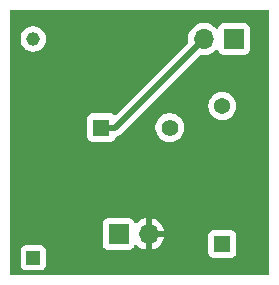
<source format=gbr>
%TF.GenerationSoftware,KiCad,Pcbnew,9.0.0*%
%TF.CreationDate,2025-04-22T16:11:36+05:00*%
%TF.ProjectId,RF Detection Circuit,52462044-6574-4656-9374-696f6e204369,rev?*%
%TF.SameCoordinates,Original*%
%TF.FileFunction,Copper,L2,Bot*%
%TF.FilePolarity,Positive*%
%FSLAX46Y46*%
G04 Gerber Fmt 4.6, Leading zero omitted, Abs format (unit mm)*
G04 Created by KiCad (PCBNEW 9.0.0) date 2025-04-22 16:11:36*
%MOMM*%
%LPD*%
G01*
G04 APERTURE LIST*
%TA.AperFunction,ComponentPad*%
%ADD10R,1.150000X1.150000*%
%TD*%
%TA.AperFunction,ComponentPad*%
%ADD11C,1.150000*%
%TD*%
%TA.AperFunction,ComponentPad*%
%ADD12R,1.700000X1.700000*%
%TD*%
%TA.AperFunction,ComponentPad*%
%ADD13O,1.700000X1.700000*%
%TD*%
%TA.AperFunction,ComponentPad*%
%ADD14R,1.371600X1.371600*%
%TD*%
%TA.AperFunction,ComponentPad*%
%ADD15C,1.371600*%
%TD*%
%TA.AperFunction,ComponentPad*%
%ADD16R,1.422400X1.422400*%
%TD*%
%TA.AperFunction,ComponentPad*%
%ADD17C,1.422400*%
%TD*%
%TA.AperFunction,Conductor*%
%ADD18C,0.500000*%
%TD*%
G04 APERTURE END LIST*
D10*
%TO.P,D1,1,K*%
%TO.N,Net-(D1-K)*%
X114000000Y-87500000D03*
D11*
%TO.P,D1,2,A*%
%TO.N,Net-(D1-A)*%
X114000000Y-69000000D03*
%TD*%
D12*
%TO.P,Well_Coil1,1,Pin_1*%
%TO.N,Net-(D1-A)*%
X131000000Y-69000000D03*
D13*
%TO.P,Well_Coil1,2,Pin_2*%
%TO.N,Net-(D1-K)*%
X128460000Y-69000000D03*
%TD*%
D14*
%TO.P,R1,1*%
%TO.N,Net-(Big_Coil1-Pin_1)*%
X130000000Y-86342000D03*
D15*
%TO.P,R1,2*%
%TO.N,Net-(D1-A)*%
X130000000Y-74658000D03*
%TD*%
D12*
%TO.P,Big_Coil1,1,Pin_1*%
%TO.N,Net-(Big_Coil1-Pin_1)*%
X121225000Y-85500000D03*
D13*
%TO.P,Big_Coil1,2,Pin_2*%
%TO.N,GND*%
X123765000Y-85500000D03*
%TD*%
D16*
%TO.P,L2,1,1*%
%TO.N,Net-(D1-K)*%
X119771150Y-76500000D03*
D17*
%TO.P,L2,2,2*%
%TO.N,Net-(Big_Coil1-Pin_1)*%
X125562350Y-76500000D03*
%TD*%
D18*
%TO.N,Net-(D1-K)*%
X120960000Y-76500000D02*
X119771150Y-76500000D01*
X128460000Y-69000000D02*
X120960000Y-76500000D01*
%TD*%
%TA.AperFunction,Conductor*%
%TO.N,GND*%
G36*
X133942539Y-66520185D02*
G01*
X133988294Y-66572989D01*
X133999500Y-66624500D01*
X133999500Y-88875500D01*
X133979815Y-88942539D01*
X133927011Y-88988294D01*
X133875500Y-88999500D01*
X112124500Y-88999500D01*
X112057461Y-88979815D01*
X112011706Y-88927011D01*
X112000500Y-88875500D01*
X112000500Y-86877135D01*
X112924500Y-86877135D01*
X112924500Y-88122870D01*
X112924501Y-88122876D01*
X112930908Y-88182483D01*
X112981202Y-88317328D01*
X112981206Y-88317335D01*
X113067452Y-88432544D01*
X113067455Y-88432547D01*
X113182664Y-88518793D01*
X113182671Y-88518797D01*
X113317517Y-88569091D01*
X113317516Y-88569091D01*
X113324444Y-88569835D01*
X113377127Y-88575500D01*
X114622872Y-88575499D01*
X114682483Y-88569091D01*
X114817331Y-88518796D01*
X114932546Y-88432546D01*
X115018796Y-88317331D01*
X115069091Y-88182483D01*
X115075500Y-88122873D01*
X115075499Y-86877128D01*
X115069091Y-86817517D01*
X115044317Y-86751095D01*
X115018797Y-86682671D01*
X115018793Y-86682664D01*
X114932547Y-86567455D01*
X114932544Y-86567452D01*
X114817335Y-86481206D01*
X114817328Y-86481202D01*
X114682482Y-86430908D01*
X114682483Y-86430908D01*
X114622883Y-86424501D01*
X114622881Y-86424500D01*
X114622873Y-86424500D01*
X114622864Y-86424500D01*
X113377129Y-86424500D01*
X113377123Y-86424501D01*
X113317516Y-86430908D01*
X113182671Y-86481202D01*
X113182664Y-86481206D01*
X113067455Y-86567452D01*
X113067452Y-86567455D01*
X112981206Y-86682664D01*
X112981202Y-86682671D01*
X112930908Y-86817517D01*
X112924501Y-86877116D01*
X112924501Y-86877123D01*
X112924500Y-86877135D01*
X112000500Y-86877135D01*
X112000500Y-84602135D01*
X119874500Y-84602135D01*
X119874500Y-86397870D01*
X119874501Y-86397876D01*
X119880908Y-86457483D01*
X119931202Y-86592328D01*
X119931206Y-86592335D01*
X120017452Y-86707544D01*
X120017455Y-86707547D01*
X120132664Y-86793793D01*
X120132671Y-86793797D01*
X120267517Y-86844091D01*
X120267516Y-86844091D01*
X120274444Y-86844835D01*
X120327127Y-86850500D01*
X122122872Y-86850499D01*
X122182483Y-86844091D01*
X122317331Y-86793796D01*
X122432546Y-86707546D01*
X122518796Y-86592331D01*
X122568002Y-86460401D01*
X122609872Y-86404468D01*
X122675337Y-86380050D01*
X122743610Y-86394901D01*
X122771865Y-86416053D01*
X122885535Y-86529723D01*
X122885540Y-86529727D01*
X123057442Y-86654620D01*
X123246782Y-86751095D01*
X123448871Y-86816757D01*
X123515000Y-86827231D01*
X123515000Y-85933012D01*
X123572007Y-85965925D01*
X123699174Y-86000000D01*
X123830826Y-86000000D01*
X123957993Y-85965925D01*
X124015000Y-85933012D01*
X124015000Y-86827230D01*
X124081126Y-86816757D01*
X124081129Y-86816757D01*
X124283217Y-86751095D01*
X124472557Y-86654620D01*
X124644459Y-86529727D01*
X124644464Y-86529723D01*
X124794723Y-86379464D01*
X124794727Y-86379459D01*
X124919620Y-86207557D01*
X125016095Y-86018217D01*
X125081757Y-85816129D01*
X125081757Y-85816126D01*
X125092231Y-85750000D01*
X124198012Y-85750000D01*
X124230925Y-85692993D01*
X124253610Y-85608335D01*
X128813700Y-85608335D01*
X128813700Y-87075670D01*
X128813701Y-87075676D01*
X128820108Y-87135283D01*
X128870402Y-87270128D01*
X128870406Y-87270135D01*
X128956652Y-87385344D01*
X128956655Y-87385347D01*
X129071864Y-87471593D01*
X129071871Y-87471597D01*
X129206717Y-87521891D01*
X129206716Y-87521891D01*
X129213644Y-87522635D01*
X129266327Y-87528300D01*
X130733672Y-87528299D01*
X130793283Y-87521891D01*
X130928131Y-87471596D01*
X131043346Y-87385346D01*
X131129596Y-87270131D01*
X131179891Y-87135283D01*
X131186300Y-87075673D01*
X131186299Y-85608328D01*
X131179891Y-85548717D01*
X131137169Y-85434174D01*
X131129597Y-85413871D01*
X131129593Y-85413864D01*
X131043347Y-85298655D01*
X131043344Y-85298652D01*
X130928135Y-85212406D01*
X130928128Y-85212402D01*
X130793282Y-85162108D01*
X130793283Y-85162108D01*
X130733683Y-85155701D01*
X130733681Y-85155700D01*
X130733673Y-85155700D01*
X130733664Y-85155700D01*
X129266329Y-85155700D01*
X129266323Y-85155701D01*
X129206716Y-85162108D01*
X129071871Y-85212402D01*
X129071864Y-85212406D01*
X128956655Y-85298652D01*
X128956652Y-85298655D01*
X128870406Y-85413864D01*
X128870402Y-85413871D01*
X128820108Y-85548717D01*
X128813701Y-85608316D01*
X128813701Y-85608323D01*
X128813700Y-85608335D01*
X124253610Y-85608335D01*
X124265000Y-85565826D01*
X124265000Y-85434174D01*
X124230925Y-85307007D01*
X124198012Y-85250000D01*
X125092231Y-85250000D01*
X125081757Y-85183873D01*
X125081757Y-85183870D01*
X125016095Y-84981782D01*
X124919620Y-84792442D01*
X124794727Y-84620540D01*
X124794723Y-84620535D01*
X124644464Y-84470276D01*
X124644459Y-84470272D01*
X124472557Y-84345379D01*
X124283215Y-84248903D01*
X124081124Y-84183241D01*
X124015000Y-84172768D01*
X124015000Y-85066988D01*
X123957993Y-85034075D01*
X123830826Y-85000000D01*
X123699174Y-85000000D01*
X123572007Y-85034075D01*
X123515000Y-85066988D01*
X123515000Y-84172768D01*
X123514999Y-84172768D01*
X123448875Y-84183241D01*
X123246784Y-84248903D01*
X123057442Y-84345379D01*
X122885541Y-84470271D01*
X122771865Y-84583947D01*
X122710542Y-84617431D01*
X122640850Y-84612447D01*
X122584917Y-84570575D01*
X122568002Y-84539598D01*
X122518797Y-84407671D01*
X122518793Y-84407664D01*
X122432547Y-84292455D01*
X122432544Y-84292452D01*
X122317335Y-84206206D01*
X122317328Y-84206202D01*
X122182482Y-84155908D01*
X122182483Y-84155908D01*
X122122883Y-84149501D01*
X122122881Y-84149500D01*
X122122873Y-84149500D01*
X122122864Y-84149500D01*
X120327129Y-84149500D01*
X120327123Y-84149501D01*
X120267516Y-84155908D01*
X120132671Y-84206202D01*
X120132664Y-84206206D01*
X120017455Y-84292452D01*
X120017452Y-84292455D01*
X119931206Y-84407664D01*
X119931202Y-84407671D01*
X119880908Y-84542517D01*
X119874501Y-84602116D01*
X119874500Y-84602135D01*
X112000500Y-84602135D01*
X112000500Y-75740935D01*
X118559450Y-75740935D01*
X118559450Y-77259070D01*
X118559451Y-77259076D01*
X118565858Y-77318683D01*
X118616152Y-77453528D01*
X118616156Y-77453535D01*
X118702402Y-77568744D01*
X118702405Y-77568747D01*
X118817614Y-77654993D01*
X118817621Y-77654997D01*
X118952467Y-77705291D01*
X118952466Y-77705291D01*
X118959394Y-77706035D01*
X119012077Y-77711700D01*
X120530222Y-77711699D01*
X120589833Y-77705291D01*
X120724681Y-77654996D01*
X120839896Y-77568746D01*
X120926146Y-77453531D01*
X120937074Y-77424233D01*
X120975137Y-77322179D01*
X121017008Y-77266245D01*
X121067128Y-77243894D01*
X121074267Y-77242473D01*
X121178913Y-77221658D01*
X121315495Y-77165084D01*
X121364729Y-77132186D01*
X121438416Y-77082952D01*
X122116731Y-76404637D01*
X124350650Y-76404637D01*
X124350650Y-76595362D01*
X124380486Y-76783741D01*
X124439421Y-76965128D01*
X124439422Y-76965131D01*
X124499455Y-77082950D01*
X124526011Y-77135069D01*
X124638117Y-77289370D01*
X124772980Y-77424233D01*
X124927281Y-77536339D01*
X124990879Y-77568744D01*
X125097218Y-77622927D01*
X125097221Y-77622928D01*
X125187914Y-77652395D01*
X125278610Y-77681864D01*
X125466987Y-77711700D01*
X125466988Y-77711700D01*
X125657712Y-77711700D01*
X125657713Y-77711700D01*
X125846090Y-77681864D01*
X126027481Y-77622927D01*
X126197419Y-77536339D01*
X126351720Y-77424233D01*
X126486583Y-77289370D01*
X126598689Y-77135069D01*
X126685277Y-76965131D01*
X126744214Y-76783740D01*
X126774050Y-76595363D01*
X126774050Y-76404637D01*
X126744214Y-76216260D01*
X126685277Y-76034869D01*
X126685277Y-76034868D01*
X126598688Y-75864930D01*
X126486583Y-75710630D01*
X126351720Y-75575767D01*
X126197419Y-75463661D01*
X126157533Y-75443338D01*
X126027481Y-75377072D01*
X126027478Y-75377071D01*
X125846091Y-75318136D01*
X125751901Y-75303218D01*
X125657713Y-75288300D01*
X125466987Y-75288300D01*
X125404194Y-75298245D01*
X125278608Y-75318136D01*
X125097221Y-75377071D01*
X125097218Y-75377072D01*
X124927280Y-75463661D01*
X124772977Y-75575769D01*
X124638119Y-75710627D01*
X124526011Y-75864930D01*
X124439422Y-76034868D01*
X124439421Y-76034871D01*
X124380486Y-76216258D01*
X124350650Y-76404637D01*
X122116731Y-76404637D01*
X123956731Y-74564636D01*
X128813700Y-74564636D01*
X128813700Y-74751364D01*
X128842911Y-74935793D01*
X128900613Y-75113381D01*
X128985385Y-75279757D01*
X129095141Y-75430822D01*
X129227178Y-75562859D01*
X129378243Y-75672615D01*
X129544619Y-75757387D01*
X129722207Y-75815089D01*
X129906636Y-75844300D01*
X129906637Y-75844300D01*
X130093363Y-75844300D01*
X130093364Y-75844300D01*
X130277793Y-75815089D01*
X130455381Y-75757387D01*
X130621757Y-75672615D01*
X130772822Y-75562859D01*
X130904859Y-75430822D01*
X131014615Y-75279757D01*
X131099387Y-75113381D01*
X131157089Y-74935793D01*
X131186300Y-74751364D01*
X131186300Y-74564636D01*
X131157089Y-74380207D01*
X131099387Y-74202619D01*
X131014615Y-74036243D01*
X130904859Y-73885178D01*
X130772822Y-73753141D01*
X130621757Y-73643385D01*
X130455381Y-73558613D01*
X130277793Y-73500911D01*
X130277791Y-73500910D01*
X130277789Y-73500910D01*
X130149018Y-73480514D01*
X130093364Y-73471700D01*
X129906636Y-73471700D01*
X129863883Y-73478471D01*
X129722210Y-73500910D01*
X129544616Y-73558614D01*
X129378242Y-73643385D01*
X129227176Y-73753142D01*
X129095142Y-73885176D01*
X128985385Y-74036242D01*
X128900614Y-74202616D01*
X128842910Y-74380210D01*
X128828359Y-74472083D01*
X128813700Y-74564636D01*
X123956731Y-74564636D01*
X128151194Y-70370172D01*
X128212515Y-70336689D01*
X128258265Y-70335382D01*
X128353713Y-70350500D01*
X128353715Y-70350500D01*
X128566286Y-70350500D01*
X128566287Y-70350500D01*
X128776243Y-70317246D01*
X128978412Y-70251557D01*
X129167816Y-70155051D01*
X129339792Y-70030104D01*
X129453329Y-69916566D01*
X129514648Y-69883084D01*
X129584340Y-69888068D01*
X129640274Y-69929939D01*
X129657189Y-69960917D01*
X129706202Y-70092328D01*
X129706206Y-70092335D01*
X129792452Y-70207544D01*
X129792455Y-70207547D01*
X129907664Y-70293793D01*
X129907671Y-70293797D01*
X130042517Y-70344091D01*
X130042516Y-70344091D01*
X130049444Y-70344835D01*
X130102127Y-70350500D01*
X131897872Y-70350499D01*
X131957483Y-70344091D01*
X132092331Y-70293796D01*
X132207546Y-70207546D01*
X132293796Y-70092331D01*
X132344091Y-69957483D01*
X132350500Y-69897873D01*
X132350499Y-68102128D01*
X132344091Y-68042517D01*
X132342810Y-68039083D01*
X132293797Y-67907671D01*
X132293793Y-67907664D01*
X132207547Y-67792455D01*
X132207544Y-67792452D01*
X132092335Y-67706206D01*
X132092328Y-67706202D01*
X131957482Y-67655908D01*
X131957483Y-67655908D01*
X131897883Y-67649501D01*
X131897881Y-67649500D01*
X131897873Y-67649500D01*
X131897864Y-67649500D01*
X130102129Y-67649500D01*
X130102123Y-67649501D01*
X130042516Y-67655908D01*
X129907671Y-67706202D01*
X129907664Y-67706206D01*
X129792455Y-67792452D01*
X129792452Y-67792455D01*
X129706206Y-67907664D01*
X129706203Y-67907669D01*
X129657189Y-68039083D01*
X129615317Y-68095016D01*
X129549853Y-68119433D01*
X129481580Y-68104581D01*
X129453326Y-68083430D01*
X129339786Y-67969890D01*
X129167820Y-67844951D01*
X128978414Y-67748444D01*
X128978413Y-67748443D01*
X128978412Y-67748443D01*
X128776243Y-67682754D01*
X128776241Y-67682753D01*
X128776240Y-67682753D01*
X128614957Y-67657208D01*
X128566287Y-67649500D01*
X128353713Y-67649500D01*
X128305042Y-67657208D01*
X128143760Y-67682753D01*
X127941585Y-67748444D01*
X127752179Y-67844951D01*
X127580213Y-67969890D01*
X127429890Y-68120213D01*
X127304951Y-68292179D01*
X127208444Y-68481585D01*
X127142753Y-68683760D01*
X127109500Y-68893713D01*
X127109500Y-69106291D01*
X127124616Y-69201726D01*
X127115662Y-69271020D01*
X127089824Y-69308806D01*
X120988777Y-75409853D01*
X120927454Y-75443338D01*
X120857762Y-75438354D01*
X120826785Y-75421439D01*
X120811308Y-75409853D01*
X120724681Y-75345004D01*
X120724679Y-75345003D01*
X120724678Y-75345002D01*
X120589832Y-75294708D01*
X120589833Y-75294708D01*
X120530233Y-75288301D01*
X120530231Y-75288300D01*
X120530223Y-75288300D01*
X120530214Y-75288300D01*
X119012079Y-75288300D01*
X119012073Y-75288301D01*
X118952466Y-75294708D01*
X118817621Y-75345002D01*
X118817614Y-75345006D01*
X118702405Y-75431252D01*
X118702402Y-75431255D01*
X118616156Y-75546464D01*
X118616152Y-75546471D01*
X118565858Y-75681317D01*
X118559451Y-75740916D01*
X118559450Y-75740935D01*
X112000500Y-75740935D01*
X112000500Y-68915350D01*
X112924500Y-68915350D01*
X112924500Y-69084649D01*
X112950981Y-69251847D01*
X113003296Y-69412853D01*
X113080152Y-69563688D01*
X113179648Y-69700634D01*
X113179652Y-69700639D01*
X113299360Y-69820347D01*
X113299365Y-69820351D01*
X113406054Y-69897864D01*
X113436315Y-69919850D01*
X113532425Y-69968820D01*
X113587146Y-69996703D01*
X113587148Y-69996703D01*
X113587151Y-69996705D01*
X113673450Y-70024745D01*
X113748152Y-70049018D01*
X113915351Y-70075500D01*
X113915356Y-70075500D01*
X114084649Y-70075500D01*
X114251847Y-70049018D01*
X114412849Y-69996705D01*
X114563685Y-69919850D01*
X114700641Y-69820346D01*
X114820346Y-69700641D01*
X114919850Y-69563685D01*
X114996705Y-69412849D01*
X115049018Y-69251847D01*
X115075500Y-69084649D01*
X115075500Y-68915350D01*
X115049018Y-68748152D01*
X114996703Y-68587146D01*
X114968820Y-68532425D01*
X114919850Y-68436315D01*
X114907137Y-68418817D01*
X114820351Y-68299365D01*
X114820347Y-68299360D01*
X114700639Y-68179652D01*
X114700634Y-68179648D01*
X114563688Y-68080152D01*
X114563687Y-68080151D01*
X114563685Y-68080150D01*
X114516582Y-68056150D01*
X114412853Y-68003296D01*
X114251847Y-67950981D01*
X114084649Y-67924500D01*
X114084644Y-67924500D01*
X113915356Y-67924500D01*
X113915351Y-67924500D01*
X113748152Y-67950981D01*
X113587146Y-68003296D01*
X113436311Y-68080152D01*
X113299365Y-68179648D01*
X113299360Y-68179652D01*
X113179652Y-68299360D01*
X113179648Y-68299365D01*
X113080152Y-68436311D01*
X113003296Y-68587146D01*
X112950981Y-68748152D01*
X112924500Y-68915350D01*
X112000500Y-68915350D01*
X112000500Y-66624500D01*
X112020185Y-66557461D01*
X112072989Y-66511706D01*
X112124500Y-66500500D01*
X133875500Y-66500500D01*
X133942539Y-66520185D01*
G37*
%TD.AperFunction*%
%TD*%
M02*

</source>
